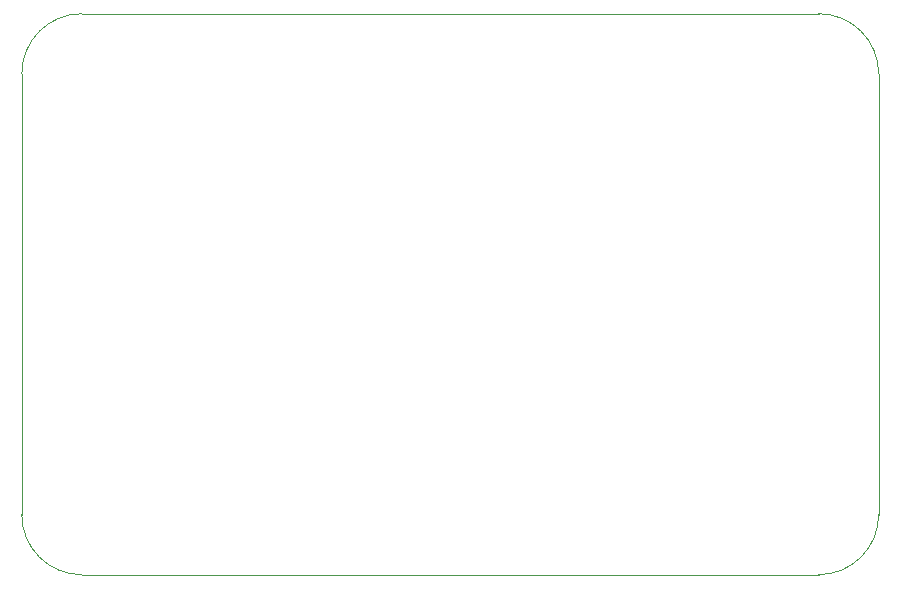
<source format=gbr>
G04 #@! TF.GenerationSoftware,KiCad,Pcbnew,7.0.5*
G04 #@! TF.CreationDate,2024-02-12T19:58:58-06:00*
G04 #@! TF.ProjectId,ATTinyBreakOut_DFRobot_Amp,41545469-6e79-4427-9265-616b4f75745f,rev?*
G04 #@! TF.SameCoordinates,Original*
G04 #@! TF.FileFunction,Profile,NP*
%FSLAX46Y46*%
G04 Gerber Fmt 4.6, Leading zero omitted, Abs format (unit mm)*
G04 Created by KiCad (PCBNEW 7.0.5) date 2024-02-12 19:58:58*
%MOMM*%
%LPD*%
G01*
G04 APERTURE LIST*
G04 #@! TA.AperFunction,Profile*
%ADD10C,0.050000*%
G04 #@! TD*
G04 APERTURE END LIST*
D10*
X180754000Y-73664000D02*
G75*
G03*
X175674000Y-68584000I-5080000J0D01*
G01*
X113284000Y-68584000D02*
X175674000Y-68584000D01*
X108204000Y-73664000D02*
X108200000Y-111000000D01*
X180754000Y-111000000D02*
X180754000Y-73664000D01*
X175673500Y-116080000D02*
G75*
G03*
X180754000Y-111000000I500J5080000D01*
G01*
X113284000Y-68584000D02*
G75*
G03*
X108204000Y-73664000I0J-5080000D01*
G01*
X113280000Y-116080500D02*
X175673500Y-116080000D01*
X108200000Y-111000000D02*
G75*
G03*
X113280000Y-116080500I5080000J-500D01*
G01*
M02*

</source>
